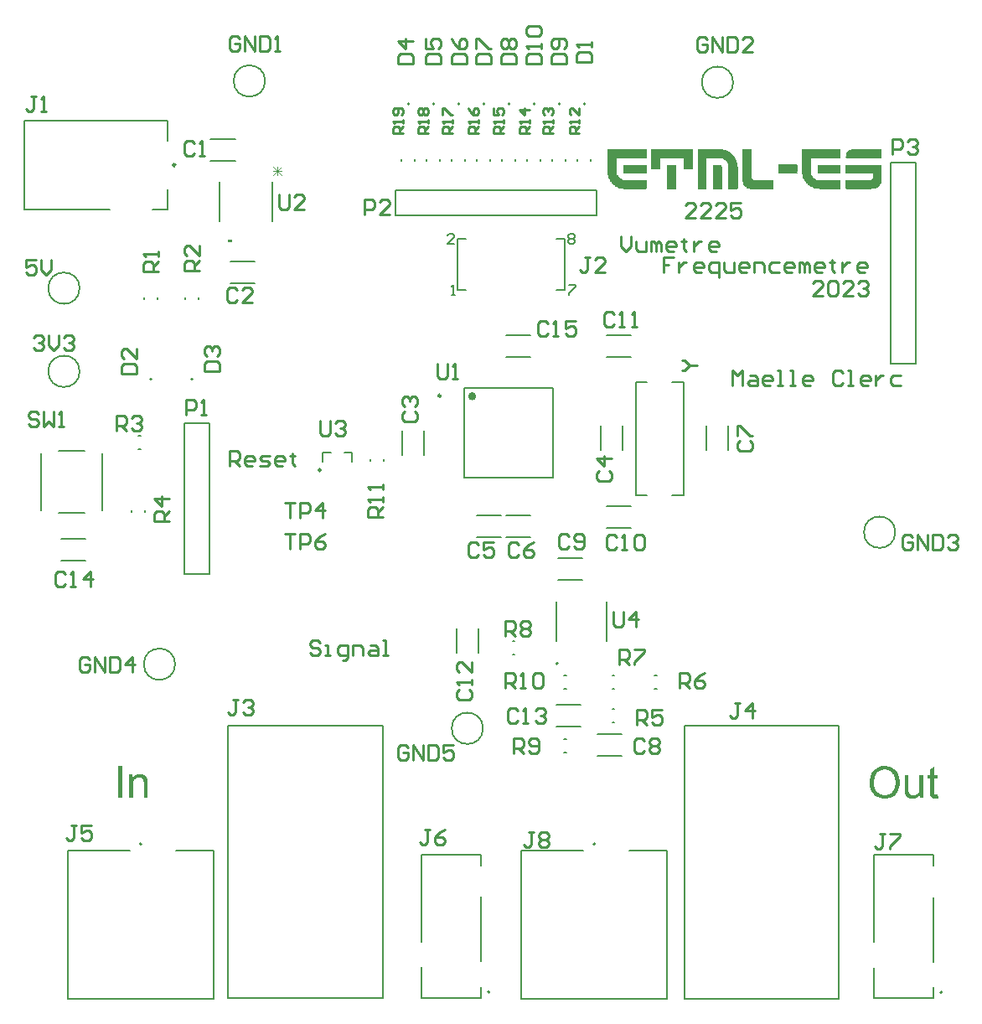
<source format=gbr>
%TF.GenerationSoftware,Altium Limited,Altium Designer,22.7.1 (60)*%
G04 Layer_Color=65535*
%FSLAX43Y43*%
%MOMM*%
%TF.SameCoordinates,58151787-F571-4420-9806-9522EC8286B3*%
%TF.FilePolarity,Positive*%
%TF.FileFunction,Legend,Top*%
%TF.Part,Single*%
G01*
G75*
%TA.AperFunction,NonConductor*%
%ADD47C,0.250*%
%ADD48C,0.200*%
%ADD49C,0.400*%
%ADD50C,0.127*%
%ADD51C,0.152*%
%ADD52C,0.254*%
%ADD53C,0.076*%
G36*
X87476Y85603D02*
X87419D01*
Y85546D01*
X83854D01*
Y85603D01*
X83797D01*
Y85716D01*
X83854D01*
Y85942D01*
X83910D01*
Y86112D01*
X83967D01*
Y86169D01*
X84024D01*
Y86225D01*
X84080D01*
Y86282D01*
X84137D01*
Y86339D01*
X84250D01*
Y86395D01*
X84420D01*
Y86452D01*
X87476D01*
Y85603D01*
D02*
G37*
G36*
X68346Y84414D02*
X67440D01*
Y85490D01*
X67384D01*
Y85546D01*
X65120D01*
Y84414D01*
X64158D01*
Y86452D01*
X68346D01*
Y84414D01*
D02*
G37*
G36*
X78873Y84867D02*
X78930D01*
Y84131D01*
X78873D01*
Y84075D01*
X78930D01*
Y84018D01*
X77005D01*
Y84867D01*
X77062D01*
Y84924D01*
X78873D01*
Y84867D01*
D02*
G37*
G36*
X83288Y84641D02*
Y84584D01*
Y83961D01*
X81137D01*
Y84018D01*
X81024D01*
Y84075D01*
X80967D01*
Y84867D01*
X83288D01*
Y84641D01*
D02*
G37*
G36*
X63705D02*
Y84584D01*
Y84018D01*
X63648D01*
Y83961D01*
X61441D01*
Y84018D01*
X61384D01*
Y84075D01*
X61328D01*
Y84867D01*
X63705D01*
Y84641D01*
D02*
G37*
G36*
X87476Y83452D02*
X87419D01*
Y82999D01*
X87363D01*
Y82886D01*
X87306D01*
Y82773D01*
X87250D01*
Y82716D01*
X87193D01*
Y82660D01*
X87136D01*
Y82603D01*
X87080D01*
Y82547D01*
X86967D01*
Y82490D01*
X86797D01*
Y82433D01*
X86457D01*
Y82377D01*
X83854D01*
Y82433D01*
X83797D01*
Y83282D01*
X86344D01*
Y83339D01*
X86457D01*
Y83396D01*
X86514D01*
Y83452D01*
X86571D01*
Y83961D01*
X83797D01*
Y84867D01*
X87476D01*
Y83452D01*
D02*
G37*
G36*
X83288Y85546D02*
X80288D01*
Y83961D01*
X80345D01*
Y83792D01*
X80401D01*
Y83735D01*
X80458D01*
Y83622D01*
X80515D01*
Y83565D01*
X80571D01*
Y83509D01*
X80628D01*
Y83452D01*
X80741D01*
Y83396D01*
X80854D01*
Y83339D01*
X81137D01*
Y83282D01*
X83288D01*
Y82377D01*
X81137D01*
Y82433D01*
X80741D01*
Y82490D01*
X80571D01*
Y82547D01*
X80458D01*
Y82603D01*
X80288D01*
Y82660D01*
X80232D01*
Y82716D01*
X80118D01*
Y82773D01*
X80062D01*
Y82830D01*
X80005D01*
Y82886D01*
X79949D01*
Y82943D01*
X79892D01*
Y82999D01*
X79835D01*
Y83056D01*
X79779D01*
Y83113D01*
X79722D01*
Y83226D01*
X79666D01*
Y83282D01*
X79609D01*
Y83396D01*
X79552D01*
Y83509D01*
X79496D01*
Y83678D01*
X79439D01*
Y83905D01*
X79383D01*
Y86452D01*
X83288D01*
Y85546D01*
D02*
G37*
G36*
X74289Y86339D02*
X74345D01*
Y86282D01*
X74289D01*
Y86225D01*
X74345D01*
Y86169D01*
X74289D01*
Y83792D01*
X74345D01*
Y83735D01*
X74289D01*
Y83622D01*
X74345D01*
Y83452D01*
X74402D01*
Y83396D01*
X74459D01*
Y83339D01*
X76496D01*
Y82377D01*
X74176D01*
Y82433D01*
X73949D01*
Y82490D01*
X73836D01*
Y82547D01*
X73779D01*
Y82603D01*
X73666D01*
Y82660D01*
X73610D01*
Y82716D01*
X73553D01*
Y82830D01*
X73496D01*
Y82943D01*
X73440D01*
Y83113D01*
X73383D01*
Y86282D01*
Y86339D01*
Y86452D01*
X74289D01*
Y86339D01*
D02*
G37*
G36*
X71459Y86395D02*
X71685D01*
Y86339D01*
X71798D01*
Y86282D01*
X71912D01*
Y86225D01*
X72025D01*
Y86169D01*
X72138D01*
Y86112D01*
X72195D01*
Y86056D01*
X72251D01*
Y85999D01*
X72308D01*
Y85942D01*
X72364D01*
Y85886D01*
X72421D01*
Y85829D01*
X72478D01*
Y85773D01*
X72534D01*
Y85716D01*
X72591D01*
Y85603D01*
X72647D01*
Y85546D01*
X72704D01*
Y85376D01*
X72761D01*
Y85263D01*
X72817D01*
Y85093D01*
X72874D01*
Y84697D01*
X72930D01*
Y82433D01*
X72874D01*
Y82377D01*
X71968D01*
Y84867D01*
X71912D01*
Y85037D01*
X71855D01*
Y85150D01*
X71798D01*
Y85207D01*
X71742D01*
Y85263D01*
X71685D01*
Y85320D01*
X71629D01*
Y85376D01*
X71516D01*
Y85433D01*
X71402D01*
Y85490D01*
X71233D01*
Y85546D01*
X69818D01*
Y85490D01*
X69761D01*
Y82377D01*
X68855D01*
Y86452D01*
X71459D01*
Y86395D01*
D02*
G37*
G36*
X71233Y84810D02*
X71289D01*
Y84697D01*
X71346D01*
Y84471D01*
Y84414D01*
Y82377D01*
X70440D01*
Y82603D01*
X70384D01*
Y82660D01*
X70440D01*
Y84867D01*
X71233D01*
Y84810D01*
D02*
G37*
G36*
X66705Y82377D02*
X65799D01*
Y84867D01*
X66705D01*
Y82377D01*
D02*
G37*
G36*
X63705Y85546D02*
X60705D01*
Y85490D01*
X60649D01*
Y84075D01*
X60705D01*
Y83848D01*
X60762D01*
Y83792D01*
X60819D01*
Y83678D01*
X60875D01*
Y83622D01*
X60932D01*
Y83565D01*
X60988D01*
Y83509D01*
X61045D01*
Y83452D01*
X61158D01*
Y83396D01*
X61271D01*
Y83339D01*
X63648D01*
Y83282D01*
X63705D01*
Y83226D01*
Y82433D01*
X63648D01*
Y82377D01*
X61328D01*
Y82433D01*
X61102D01*
Y82490D01*
X60875D01*
Y82547D01*
X60762D01*
Y82603D01*
X60649D01*
Y82660D01*
X60536D01*
Y82716D01*
X60479D01*
Y82773D01*
X60422D01*
Y82830D01*
X60366D01*
Y82886D01*
X60253D01*
Y82999D01*
X60196D01*
Y83056D01*
X60139D01*
Y83113D01*
X60083D01*
Y83169D01*
X60026D01*
Y83282D01*
X59970D01*
Y83396D01*
X59913D01*
Y83509D01*
X59856D01*
Y83678D01*
X59800D01*
Y83848D01*
X59743D01*
Y86452D01*
X63705D01*
Y85546D01*
D02*
G37*
G36*
X21806Y77044D02*
X21426D01*
Y77298D01*
X21806D01*
Y77044D01*
D02*
G37*
G36*
X91666Y20884D02*
X91314D01*
Y21221D01*
X91310Y21217D01*
X91301Y21203D01*
X91287Y21184D01*
X91264Y21161D01*
X91236Y21133D01*
X91203Y21096D01*
X91166Y21064D01*
X91120Y21027D01*
X91069Y20990D01*
X91014Y20958D01*
X90953Y20925D01*
X90889Y20893D01*
X90815Y20870D01*
X90741Y20851D01*
X90657Y20837D01*
X90574Y20833D01*
X90542D01*
X90500Y20837D01*
X90449Y20842D01*
X90389Y20851D01*
X90324Y20865D01*
X90259Y20884D01*
X90190Y20911D01*
X90181Y20916D01*
X90162Y20925D01*
X90130Y20944D01*
X90093Y20967D01*
X90046Y20995D01*
X90005Y21027D01*
X89963Y21064D01*
X89926Y21106D01*
X89921Y21110D01*
X89912Y21129D01*
X89898Y21152D01*
X89880Y21189D01*
X89857Y21231D01*
X89838Y21282D01*
X89820Y21337D01*
X89806Y21397D01*
Y21402D01*
X89801Y21420D01*
X89796Y21448D01*
Y21485D01*
X89792Y21541D01*
X89787Y21601D01*
X89783Y21680D01*
Y21767D01*
Y23207D01*
X90176D01*
Y21916D01*
Y21911D01*
Y21902D01*
Y21888D01*
Y21865D01*
Y21814D01*
X90181Y21749D01*
Y21680D01*
X90185Y21610D01*
X90190Y21550D01*
X90199Y21499D01*
Y21494D01*
X90208Y21476D01*
X90218Y21448D01*
X90231Y21411D01*
X90255Y21374D01*
X90282Y21332D01*
X90315Y21295D01*
X90356Y21258D01*
X90361Y21254D01*
X90380Y21245D01*
X90403Y21231D01*
X90440Y21217D01*
X90481Y21198D01*
X90532Y21184D01*
X90588Y21175D01*
X90653Y21170D01*
X90685D01*
X90717Y21175D01*
X90759Y21180D01*
X90810Y21194D01*
X90866Y21207D01*
X90926Y21231D01*
X90986Y21258D01*
X90995Y21263D01*
X91014Y21277D01*
X91041Y21295D01*
X91074Y21323D01*
X91111Y21360D01*
X91148Y21402D01*
X91180Y21448D01*
X91208Y21504D01*
X91213Y21513D01*
X91217Y21531D01*
X91226Y21568D01*
X91240Y21619D01*
X91254Y21684D01*
X91264Y21763D01*
X91268Y21855D01*
X91273Y21962D01*
Y23207D01*
X91666D01*
Y20884D01*
D02*
G37*
G36*
X92740Y23207D02*
X93138D01*
Y22901D01*
X92740D01*
Y21536D01*
Y21527D01*
Y21508D01*
Y21481D01*
X92744Y21448D01*
X92749Y21374D01*
X92754Y21342D01*
X92758Y21319D01*
X92763Y21309D01*
X92777Y21291D01*
X92795Y21268D01*
X92828Y21245D01*
X92837Y21240D01*
X92860Y21231D01*
X92902Y21221D01*
X92962Y21217D01*
X93008D01*
X93031Y21221D01*
X93064D01*
X93101Y21226D01*
X93138Y21231D01*
X93189Y20884D01*
X93179D01*
X93161Y20879D01*
X93129Y20874D01*
X93087Y20870D01*
X93041Y20860D01*
X92990Y20856D01*
X92888Y20851D01*
X92851D01*
X92814Y20856D01*
X92768Y20860D01*
X92712Y20865D01*
X92657Y20879D01*
X92606Y20893D01*
X92555Y20916D01*
X92550Y20921D01*
X92536Y20930D01*
X92518Y20944D01*
X92490Y20967D01*
X92467Y20990D01*
X92439Y21022D01*
X92411Y21055D01*
X92393Y21096D01*
Y21101D01*
X92383Y21120D01*
X92379Y21152D01*
X92370Y21198D01*
X92360Y21258D01*
X92356Y21295D01*
Y21337D01*
X92351Y21388D01*
X92346Y21439D01*
Y21494D01*
Y21559D01*
Y22901D01*
X92055D01*
Y23207D01*
X92346D01*
Y23781D01*
X92740Y24017D01*
Y23207D01*
D02*
G37*
G36*
X87839Y24137D02*
X87881D01*
X87922Y24132D01*
X87978Y24123D01*
X88033Y24114D01*
X88154Y24091D01*
X88292Y24054D01*
X88427Y23998D01*
X88496Y23966D01*
X88565Y23929D01*
X88570Y23924D01*
X88579Y23919D01*
X88598Y23906D01*
X88626Y23892D01*
X88653Y23869D01*
X88690Y23841D01*
X88769Y23776D01*
X88852Y23693D01*
X88945Y23591D01*
X89033Y23471D01*
X89107Y23336D01*
Y23332D01*
X89116Y23318D01*
X89125Y23299D01*
X89135Y23272D01*
X89153Y23235D01*
X89167Y23193D01*
X89186Y23142D01*
X89204Y23086D01*
X89218Y23026D01*
X89236Y22961D01*
X89255Y22887D01*
X89269Y22813D01*
X89287Y22651D01*
X89297Y22476D01*
Y22471D01*
Y22452D01*
Y22429D01*
X89292Y22392D01*
Y22351D01*
X89287Y22300D01*
X89278Y22244D01*
X89274Y22184D01*
X89250Y22050D01*
X89213Y21902D01*
X89162Y21754D01*
X89135Y21680D01*
X89098Y21605D01*
Y21601D01*
X89088Y21587D01*
X89079Y21568D01*
X89061Y21541D01*
X89042Y21508D01*
X89019Y21476D01*
X88954Y21388D01*
X88876Y21295D01*
X88783Y21198D01*
X88672Y21106D01*
X88542Y21022D01*
X88538D01*
X88528Y21013D01*
X88505Y21004D01*
X88478Y20990D01*
X88445Y20976D01*
X88408Y20962D01*
X88362Y20944D01*
X88311Y20925D01*
X88255Y20907D01*
X88195Y20888D01*
X88061Y20860D01*
X87918Y20837D01*
X87765Y20828D01*
X87719D01*
X87691Y20833D01*
X87649D01*
X87603Y20842D01*
X87552Y20847D01*
X87492Y20856D01*
X87367Y20884D01*
X87233Y20921D01*
X87094Y20976D01*
X87024Y21008D01*
X86955Y21046D01*
X86950Y21050D01*
X86941Y21055D01*
X86923Y21069D01*
X86895Y21087D01*
X86867Y21106D01*
X86835Y21133D01*
X86756Y21203D01*
X86668Y21286D01*
X86575Y21388D01*
X86492Y21504D01*
X86413Y21638D01*
Y21643D01*
X86404Y21656D01*
X86395Y21675D01*
X86386Y21703D01*
X86372Y21740D01*
X86358Y21781D01*
X86339Y21828D01*
X86326Y21879D01*
X86307Y21939D01*
X86289Y21999D01*
X86261Y22138D01*
X86242Y22281D01*
X86233Y22438D01*
Y22443D01*
Y22448D01*
Y22476D01*
X86238Y22517D01*
Y22573D01*
X86247Y22638D01*
X86256Y22716D01*
X86270Y22804D01*
X86289Y22897D01*
X86307Y22994D01*
X86335Y23096D01*
X86372Y23197D01*
X86413Y23304D01*
X86460Y23406D01*
X86520Y23508D01*
X86585Y23600D01*
X86659Y23688D01*
X86663Y23693D01*
X86677Y23707D01*
X86705Y23730D01*
X86737Y23757D01*
X86779Y23794D01*
X86830Y23831D01*
X86890Y23873D01*
X86960Y23915D01*
X87034Y23956D01*
X87117Y23998D01*
X87209Y24035D01*
X87307Y24072D01*
X87413Y24100D01*
X87524Y24123D01*
X87640Y24137D01*
X87765Y24142D01*
X87806D01*
X87839Y24137D01*
D02*
G37*
G36*
X12573Y23324D02*
X12624Y23320D01*
X12684Y23311D01*
X12749Y23297D01*
X12818Y23278D01*
X12883Y23250D01*
X12892Y23246D01*
X12911Y23237D01*
X12943Y23223D01*
X12980Y23200D01*
X13027Y23172D01*
X13068Y23135D01*
X13110Y23098D01*
X13147Y23051D01*
X13152Y23047D01*
X13161Y23028D01*
X13175Y23005D01*
X13198Y22973D01*
X13216Y22926D01*
X13235Y22880D01*
X13258Y22825D01*
X13272Y22764D01*
Y22760D01*
X13277Y22741D01*
X13281Y22714D01*
X13286Y22677D01*
Y22621D01*
X13290Y22556D01*
X13295Y22478D01*
Y22380D01*
Y20955D01*
X12902D01*
Y22362D01*
Y22367D01*
Y22371D01*
Y22404D01*
Y22445D01*
X12897Y22496D01*
X12892Y22556D01*
X12883Y22616D01*
X12869Y22672D01*
X12855Y22723D01*
Y22727D01*
X12846Y22741D01*
X12832Y22764D01*
X12818Y22792D01*
X12795Y22820D01*
X12768Y22852D01*
X12731Y22885D01*
X12689Y22913D01*
X12684Y22917D01*
X12670Y22926D01*
X12643Y22936D01*
X12610Y22950D01*
X12573Y22963D01*
X12527Y22977D01*
X12471Y22982D01*
X12416Y22987D01*
X12393D01*
X12374Y22982D01*
X12328Y22977D01*
X12268Y22968D01*
X12203Y22945D01*
X12129Y22917D01*
X12055Y22880D01*
X11985Y22825D01*
X11976Y22815D01*
X11958Y22792D01*
X11944Y22774D01*
X11930Y22751D01*
X11911Y22723D01*
X11898Y22690D01*
X11879Y22653D01*
X11860Y22607D01*
X11847Y22556D01*
X11833Y22501D01*
X11823Y22441D01*
X11814Y22376D01*
X11805Y22297D01*
Y22218D01*
Y20955D01*
X11412D01*
Y23278D01*
X11763D01*
Y22945D01*
X11768Y22950D01*
X11777Y22963D01*
X11791Y22982D01*
X11810Y23005D01*
X11837Y23033D01*
X11870Y23065D01*
X11907Y23102D01*
X11953Y23139D01*
X11999Y23172D01*
X12055Y23209D01*
X12115Y23241D01*
X12180Y23269D01*
X12254Y23292D01*
X12328Y23311D01*
X12411Y23324D01*
X12499Y23329D01*
X12536D01*
X12573Y23324D01*
D02*
G37*
G36*
X10713Y20955D02*
X10287D01*
Y24157D01*
X10713D01*
Y20955D01*
D02*
G37*
%LPC*%
G36*
X87765Y23776D02*
X87723D01*
X87691Y23771D01*
X87649Y23767D01*
X87607Y23757D01*
X87557Y23748D01*
X87501Y23739D01*
X87381Y23702D01*
X87316Y23674D01*
X87251Y23646D01*
X87182Y23609D01*
X87117Y23568D01*
X87052Y23521D01*
X86992Y23466D01*
X86987Y23461D01*
X86978Y23452D01*
X86964Y23434D01*
X86941Y23406D01*
X86918Y23373D01*
X86890Y23332D01*
X86862Y23281D01*
X86830Y23221D01*
X86802Y23156D01*
X86770Y23077D01*
X86742Y22994D01*
X86719Y22901D01*
X86696Y22799D01*
X86682Y22684D01*
X86673Y22563D01*
X86668Y22434D01*
Y22429D01*
Y22411D01*
Y22378D01*
X86673Y22337D01*
X86677Y22290D01*
X86687Y22235D01*
X86696Y22170D01*
X86705Y22105D01*
X86742Y21957D01*
X86770Y21883D01*
X86798Y21804D01*
X86835Y21730D01*
X86876Y21656D01*
X86923Y21587D01*
X86978Y21522D01*
X86983Y21518D01*
X86992Y21508D01*
X87010Y21490D01*
X87034Y21471D01*
X87066Y21444D01*
X87103Y21416D01*
X87145Y21388D01*
X87191Y21356D01*
X87247Y21323D01*
X87307Y21295D01*
X87371Y21268D01*
X87441Y21240D01*
X87515Y21221D01*
X87589Y21203D01*
X87672Y21194D01*
X87760Y21189D01*
X87783D01*
X87806Y21194D01*
X87839D01*
X87881Y21198D01*
X87927Y21207D01*
X87982Y21217D01*
X88038Y21231D01*
X88103Y21249D01*
X88163Y21272D01*
X88232Y21295D01*
X88297Y21328D01*
X88362Y21369D01*
X88427Y21411D01*
X88491Y21462D01*
X88552Y21522D01*
X88556Y21527D01*
X88565Y21536D01*
X88579Y21559D01*
X88602Y21587D01*
X88626Y21619D01*
X88649Y21661D01*
X88677Y21712D01*
X88709Y21767D01*
X88737Y21832D01*
X88764Y21906D01*
X88788Y21985D01*
X88815Y22068D01*
X88834Y22161D01*
X88848Y22263D01*
X88857Y22369D01*
X88862Y22480D01*
Y22485D01*
Y22499D01*
Y22517D01*
Y22545D01*
X88857Y22577D01*
Y22619D01*
X88852Y22661D01*
X88843Y22712D01*
X88829Y22818D01*
X88806Y22929D01*
X88774Y23049D01*
X88727Y23160D01*
Y23165D01*
X88723Y23174D01*
X88714Y23188D01*
X88704Y23207D01*
X88672Y23262D01*
X88630Y23327D01*
X88575Y23401D01*
X88505Y23475D01*
X88427Y23549D01*
X88339Y23614D01*
X88334D01*
X88329Y23623D01*
X88316Y23628D01*
X88292Y23642D01*
X88269Y23651D01*
X88242Y23665D01*
X88172Y23697D01*
X88089Y23725D01*
X87992Y23753D01*
X87881Y23771D01*
X87765Y23776D01*
D02*
G37*
%LPD*%
D47*
X16082Y84863D02*
G03*
X16082Y84863I-125J0D01*
G01*
X42909Y61535D02*
G03*
X42909Y61535I-125J0D01*
G01*
X30801Y54035D02*
G03*
X30801Y54035I-125J0D01*
G01*
D48*
X47845Y1288D02*
G03*
X47845Y1288I-100J0D01*
G01*
X93570Y1253D02*
G03*
X93570Y1253I-100J0D01*
G01*
X57504Y91020D02*
G03*
X57504Y91020I-100J0D01*
G01*
X54964D02*
G03*
X54964Y91020I-100J0D01*
G01*
X52424D02*
G03*
X52424Y91020I-100J0D01*
G01*
X49884D02*
G03*
X49884Y91020I-100J0D01*
G01*
X47344D02*
G03*
X47344Y91020I-100J0D01*
G01*
X44804D02*
G03*
X44804Y91020I-100J0D01*
G01*
X42264D02*
G03*
X42264Y91020I-100J0D01*
G01*
X39724D02*
G03*
X39724Y91020I-100J0D01*
G01*
X6411Y72408D02*
G03*
X6411Y72408I-1585J0D01*
G01*
Y64008D02*
G03*
X6411Y64008I-1585J0D01*
G01*
X13689Y63211D02*
G03*
X13689Y63211I-100J0D01*
G01*
X17880D02*
G03*
X17880Y63211I-100J0D01*
G01*
X47178Y27940D02*
G03*
X47178Y27940I-1585J0D01*
G01*
X16063Y34417D02*
G03*
X16063Y34417I-1585J0D01*
G01*
X88834Y47752D02*
G03*
X88834Y47752I-1585J0D01*
G01*
X54745Y34485D02*
G03*
X54745Y34485I-100J0D01*
G01*
X72451Y93218D02*
G03*
X72451Y93218I-1585J0D01*
G01*
X25151Y93345D02*
G03*
X25151Y93345I-1585J0D01*
G01*
X58520Y16235D02*
G03*
X58520Y16235I-100J0D01*
G01*
X12673Y16253D02*
G03*
X12673Y16253I-100J0D01*
G01*
X15332Y87313D02*
Y89363D01*
X832D02*
X15332D01*
Y80363D02*
Y82413D01*
X13807Y80363D02*
X15332D01*
X832D02*
Y89363D01*
Y80363D02*
X9457D01*
X58079Y85253D02*
Y85453D01*
X56729Y85253D02*
Y85453D01*
X55539Y85253D02*
Y85453D01*
X54189Y85253D02*
Y85453D01*
X52999Y85253D02*
Y85453D01*
X51649Y85253D02*
Y85453D01*
X50459Y85253D02*
Y85453D01*
X49109Y85253D02*
Y85453D01*
X47919Y85253D02*
Y85453D01*
X46569Y85253D02*
Y85453D01*
X45379Y85253D02*
Y85453D01*
X44029Y85253D02*
Y85453D01*
X42839Y85253D02*
Y85453D01*
X41489Y85253D02*
Y85453D01*
X40299Y85253D02*
Y85453D01*
X38949Y85253D02*
Y85453D01*
X55439Y72188D02*
Y77418D01*
X54624Y72188D02*
X55439D01*
X54624Y77418D02*
X55439D01*
X44629Y72188D02*
X45444D01*
X44629Y77418D02*
X45444D01*
X44629Y72188D02*
Y77418D01*
X38354Y79756D02*
Y82296D01*
X58674D01*
Y79756D02*
Y82296D01*
X38354Y79756D02*
X58674D01*
X19661Y85278D02*
X22119D01*
X19661Y87478D02*
X22119D01*
X21611Y72941D02*
X24069D01*
X21611Y75141D02*
X24069D01*
X14264Y71283D02*
Y71483D01*
X12914Y71283D02*
Y71483D01*
X17105Y71283D02*
Y71483D01*
X18455Y71283D02*
Y71483D01*
X45284Y53285D02*
Y62285D01*
Y53285D02*
X54284D01*
Y62285D01*
X45284D02*
X54284D01*
X49535Y67648D02*
X51993D01*
X49535Y65448D02*
X51993D01*
X59640D02*
X62098D01*
X59640Y67648D02*
X62098D01*
X59043Y56032D02*
Y58490D01*
X61243Y56032D02*
Y58490D01*
X69766Y56032D02*
Y58490D01*
X71966Y56032D02*
Y58490D01*
X59640Y48176D02*
X62098D01*
X59640Y50376D02*
X62098D01*
X39032Y55582D02*
Y58040D01*
X41232Y55582D02*
Y58040D01*
X37124Y54960D02*
Y55160D01*
X35774Y54960D02*
Y55160D01*
X44493Y35562D02*
Y38020D01*
X46693Y35562D02*
Y38020D01*
X50183Y35390D02*
X50383D01*
X50183Y36740D02*
X50383D01*
X60234Y31964D02*
X60434D01*
X60234Y33314D02*
X60434D01*
X55390Y31964D02*
X55590D01*
X55390Y33314D02*
X55590D01*
X64534Y31964D02*
X64734D01*
X64534Y33314D02*
X64734D01*
X60234Y29885D02*
X60434D01*
X60234Y28535D02*
X60434D01*
X54560Y30310D02*
X57018D01*
X54560Y28110D02*
X57018D01*
X58751Y25189D02*
X61209D01*
X58751Y27389D02*
X61209D01*
X55390Y26837D02*
X55590D01*
X55390Y25487D02*
X55590D01*
X12355Y56132D02*
X12555D01*
X12355Y57482D02*
X12555D01*
X11644Y49782D02*
Y49982D01*
X12994Y49782D02*
Y49982D01*
X8688Y49932D02*
Y55732D01*
X4288Y55932D02*
X6888D01*
X2488Y49932D02*
Y55732D01*
X4288Y49732D02*
X6888D01*
X54742Y42969D02*
X57200D01*
X54742Y45169D02*
X57200D01*
X17018Y43561D02*
Y58801D01*
X19558Y43561D02*
Y58801D01*
X17018D02*
X19558D01*
X17018Y43561D02*
X19558D01*
X88392Y64770D02*
Y85090D01*
Y64770D02*
X90932D01*
Y85090D01*
X88392D02*
X90932D01*
X46531Y49487D02*
X48989D01*
X46531Y47287D02*
X48989D01*
X49531D02*
X51989D01*
X49531Y49487D02*
X51989D01*
X4522Y44874D02*
X6980D01*
X4522Y47074D02*
X6980D01*
X33126Y55835D02*
X33951D01*
Y54835D02*
Y55835D01*
X30951D02*
X31776D01*
X30951Y54835D02*
Y55835D01*
D49*
X46284Y61485D02*
G03*
X46284Y61485I-200J0D01*
G01*
D50*
X37020Y651D02*
Y28235D01*
X34709Y651D02*
X37020D01*
X23711D02*
X34709D01*
X21399D02*
X23711D01*
X21399D02*
Y28235D01*
X37020D01*
X67501Y28174D02*
X83121D01*
X67501Y589D02*
Y28174D01*
Y589D02*
X69812D01*
X80810D01*
X83121D01*
Y28174D01*
X46437Y691D02*
X46937D01*
X41437D02*
X46437D01*
X40937D02*
X41437D01*
X40937D02*
Y3791D01*
Y6391D02*
Y15191D01*
X46937D01*
Y691D02*
Y1791D01*
Y4391D02*
Y10891D01*
Y14091D02*
Y15191D01*
X92662Y14056D02*
Y15156D01*
Y4356D02*
Y10856D01*
Y656D02*
Y1756D01*
X86662Y15156D02*
X92662D01*
X86662Y6356D02*
Y15156D01*
Y656D02*
Y3756D01*
Y656D02*
X87162D01*
X92162D01*
X92662D01*
X66278Y51501D02*
X67424D01*
Y62901D01*
X66278D02*
X67424D01*
X62624D02*
X63770D01*
X62624Y51501D02*
Y62901D01*
Y51501D02*
X63770D01*
X59675Y36740D02*
Y40730D01*
X54625Y36740D02*
Y40730D01*
X61980Y15555D02*
X65795D01*
X51045Y615D02*
X65795D01*
Y15555D01*
X51045D02*
X57320D01*
X51045Y615D02*
Y15555D01*
X16133Y15573D02*
X19948D01*
X5198Y633D02*
X19948D01*
Y15573D01*
X5198D02*
X11473D01*
X5198Y633D02*
Y15573D01*
D51*
X25921Y79148D02*
Y83158D01*
X20561Y79148D02*
Y83158D01*
X55774Y77749D02*
X55943Y77919D01*
X56282D01*
X56451Y77749D01*
Y77580D01*
X56282Y77411D01*
X56451Y77242D01*
Y77072D01*
X56282Y76903D01*
X55943D01*
X55774Y77072D01*
Y77242D01*
X55943Y77411D01*
X55774Y77580D01*
Y77749D01*
X55943Y77411D02*
X56282D01*
X55874Y72719D02*
X56551D01*
Y72549D01*
X55874Y71872D01*
Y71703D01*
X43994D02*
X44333D01*
X44163D01*
Y72719D01*
X43994Y72549D01*
X44271Y76903D02*
X43594D01*
X44271Y77580D01*
Y77749D01*
X44102Y77919D01*
X43763D01*
X43594Y77749D01*
D52*
X21565Y54444D02*
Y55967D01*
X22327D01*
X22581Y55713D01*
Y55205D01*
X22327Y54951D01*
X21565D01*
X22073D02*
X22581Y54444D01*
X23850D02*
X23342D01*
X23089Y54697D01*
Y55205D01*
X23342Y55459D01*
X23850D01*
X24104Y55205D01*
Y54951D01*
X23089D01*
X24612Y54444D02*
X25374D01*
X25628Y54697D01*
X25374Y54951D01*
X24866D01*
X24612Y55205D01*
X24866Y55459D01*
X25628D01*
X26897Y54444D02*
X26390D01*
X26136Y54697D01*
Y55205D01*
X26390Y55459D01*
X26897D01*
X27151Y55205D01*
Y54951D01*
X26136D01*
X27913Y55713D02*
Y55459D01*
X27659D01*
X28167D01*
X27913D01*
Y54697D01*
X28167Y54444D01*
X1968Y91782D02*
X1460D01*
X1714D01*
Y90512D01*
X1460Y90258D01*
X1206D01*
X952Y90512D01*
X2476Y90258D02*
X2983D01*
X2729D01*
Y91782D01*
X2476Y91528D01*
X81530Y71628D02*
X80514D01*
X81530Y72644D01*
Y72898D01*
X81276Y73152D01*
X80768D01*
X80514Y72898D01*
X82037D02*
X82291Y73152D01*
X82799D01*
X83053Y72898D01*
Y71882D01*
X82799Y71628D01*
X82291D01*
X82037Y71882D01*
Y72898D01*
X84577Y71628D02*
X83561D01*
X84577Y72644D01*
Y72898D01*
X84323Y73152D01*
X83815D01*
X83561Y72898D01*
X85084D02*
X85338Y73152D01*
X85846D01*
X86100Y72898D01*
Y72644D01*
X85846Y72390D01*
X85592D01*
X85846D01*
X86100Y72136D01*
Y71882D01*
X85846Y71628D01*
X85338D01*
X85084Y71882D01*
X68654Y79502D02*
X67638D01*
X68654Y80518D01*
Y80772D01*
X68400Y81026D01*
X67892D01*
X67638Y80772D01*
X70177Y79502D02*
X69161D01*
X70177Y80518D01*
Y80772D01*
X69923Y81026D01*
X69415D01*
X69161Y80772D01*
X71701Y79502D02*
X70685D01*
X71701Y80518D01*
Y80772D01*
X71447Y81026D01*
X70939D01*
X70685Y80772D01*
X73224Y81026D02*
X72208D01*
Y80264D01*
X72716Y80518D01*
X72970D01*
X73224Y80264D01*
Y79756D01*
X72970Y79502D01*
X72462D01*
X72208Y79756D01*
X72392Y62539D02*
Y64063D01*
X72900Y63555D01*
X73408Y64063D01*
Y62539D01*
X74170Y63555D02*
X74677D01*
X74931Y63301D01*
Y62539D01*
X74170D01*
X73916Y62793D01*
X74170Y63047D01*
X74931D01*
X76201Y62539D02*
X75693D01*
X75439Y62793D01*
Y63301D01*
X75693Y63555D01*
X76201D01*
X76455Y63301D01*
Y63047D01*
X75439D01*
X76963Y62539D02*
X77470D01*
X77217D01*
Y64063D01*
X76963D01*
X78232Y62539D02*
X78740D01*
X78486D01*
Y64063D01*
X78232D01*
X80264Y62539D02*
X79756D01*
X79502Y62793D01*
Y63301D01*
X79756Y63555D01*
X80264D01*
X80517Y63301D01*
Y63047D01*
X79502D01*
X83564Y63809D02*
X83311Y64063D01*
X82803D01*
X82549Y63809D01*
Y62793D01*
X82803Y62539D01*
X83311D01*
X83564Y62793D01*
X84072Y62539D02*
X84580D01*
X84326D01*
Y64063D01*
X84072D01*
X86104Y62539D02*
X85596D01*
X85342Y62793D01*
Y63301D01*
X85596Y63555D01*
X86104D01*
X86358Y63301D01*
Y63047D01*
X85342D01*
X86865Y63555D02*
Y62539D01*
Y63047D01*
X87119Y63301D01*
X87373Y63555D01*
X87627D01*
X89405D02*
X88643D01*
X88389Y63301D01*
Y62793D01*
X88643Y62539D01*
X89405D01*
X66421Y75564D02*
X65405D01*
Y74803D01*
X65913D01*
X65405D01*
Y74041D01*
X66929Y75057D02*
Y74041D01*
Y74549D01*
X67182Y74803D01*
X67436Y75057D01*
X67690D01*
X69214Y74041D02*
X68706D01*
X68452Y74295D01*
Y74803D01*
X68706Y75057D01*
X69214D01*
X69468Y74803D01*
Y74549D01*
X68452D01*
X70991Y73533D02*
Y75057D01*
X70229D01*
X69976Y74803D01*
Y74295D01*
X70229Y74041D01*
X70991D01*
X71499Y75057D02*
Y74295D01*
X71753Y74041D01*
X72515D01*
Y75057D01*
X73784Y74041D02*
X73276D01*
X73023Y74295D01*
Y74803D01*
X73276Y75057D01*
X73784D01*
X74038Y74803D01*
Y74549D01*
X73023D01*
X74546Y74041D02*
Y75057D01*
X75308D01*
X75562Y74803D01*
Y74041D01*
X77085Y75057D02*
X76323D01*
X76070Y74803D01*
Y74295D01*
X76323Y74041D01*
X77085D01*
X78355D02*
X77847D01*
X77593Y74295D01*
Y74803D01*
X77847Y75057D01*
X78355D01*
X78609Y74803D01*
Y74549D01*
X77593D01*
X79117Y74041D02*
Y75057D01*
X79370D01*
X79624Y74803D01*
Y74041D01*
Y74803D01*
X79878Y75057D01*
X80132Y74803D01*
Y74041D01*
X81402D02*
X80894D01*
X80640Y74295D01*
Y74803D01*
X80894Y75057D01*
X81402D01*
X81656Y74803D01*
Y74549D01*
X80640D01*
X82418Y75310D02*
Y75057D01*
X82164D01*
X82671D01*
X82418D01*
Y74295D01*
X82671Y74041D01*
X83433Y75057D02*
Y74041D01*
Y74549D01*
X83687Y74803D01*
X83941Y75057D01*
X84195D01*
X85718Y74041D02*
X85211D01*
X84957Y74295D01*
Y74803D01*
X85211Y75057D01*
X85718D01*
X85972Y74803D01*
Y74549D01*
X84957D01*
X61072Y77685D02*
Y76669D01*
X61580Y76161D01*
X62088Y76669D01*
Y77685D01*
X62596Y77177D02*
Y76415D01*
X62850Y76161D01*
X63612D01*
Y77177D01*
X64120Y76161D02*
Y77177D01*
X64373D01*
X64627Y76923D01*
Y76161D01*
Y76923D01*
X64881Y77177D01*
X65135Y76923D01*
Y76161D01*
X66405D02*
X65897D01*
X65643Y76415D01*
Y76923D01*
X65897Y77177D01*
X66405D01*
X66659Y76923D01*
Y76669D01*
X65643D01*
X67420Y77431D02*
Y77177D01*
X67167D01*
X67674D01*
X67420D01*
Y76415D01*
X67674Y76161D01*
X68436Y77177D02*
Y76161D01*
Y76669D01*
X68690Y76923D01*
X68944Y77177D01*
X69198D01*
X70721Y76161D02*
X70214D01*
X69960Y76415D01*
Y76923D01*
X70214Y77177D01*
X70721D01*
X70975Y76923D01*
Y76669D01*
X69960D01*
X67310Y64135D02*
X67564D01*
X68072Y64643D01*
X67564Y65151D01*
X67310D01*
X68072Y64643D02*
X68834D01*
X30670Y59016D02*
Y57746D01*
X30924Y57492D01*
X31432D01*
X31686Y57746D01*
Y59016D01*
X32194Y58762D02*
X32447Y59016D01*
X32955D01*
X33209Y58762D01*
Y58508D01*
X32955Y58254D01*
X32701D01*
X32955D01*
X33209Y58000D01*
Y57746D01*
X32955Y57492D01*
X32447D01*
X32194Y57746D01*
X26543Y81915D02*
Y80645D01*
X26797Y80391D01*
X27305D01*
X27559Y80645D01*
Y81915D01*
X29083Y80391D02*
X28067D01*
X29083Y81407D01*
Y81661D01*
X28829Y81915D01*
X28321D01*
X28067Y81661D01*
X42578Y64769D02*
Y63500D01*
X42832Y63246D01*
X43340D01*
X43594Y63500D01*
Y64769D01*
X44102Y63246D02*
X44610D01*
X44356D01*
Y64769D01*
X44102Y64515D01*
X30735Y36576D02*
X30481Y36830D01*
X29973D01*
X29719Y36576D01*
Y36322D01*
X29973Y36068D01*
X30481D01*
X30735Y35814D01*
Y35560D01*
X30481Y35306D01*
X29973D01*
X29719Y35560D01*
X31243Y35306D02*
X31751D01*
X31497D01*
Y36322D01*
X31243D01*
X33020Y34798D02*
X33274D01*
X33528Y35052D01*
Y36322D01*
X32766D01*
X32512Y36068D01*
Y35560D01*
X32766Y35306D01*
X33528D01*
X34036D02*
Y36322D01*
X34798D01*
X35052Y36068D01*
Y35306D01*
X35813Y36322D02*
X36321D01*
X36575Y36068D01*
Y35306D01*
X35813D01*
X35559Y35560D01*
X35813Y35814D01*
X36575D01*
X37083Y35306D02*
X37591D01*
X37337D01*
Y36830D01*
X37083D01*
X7444Y34925D02*
X7191Y35179D01*
X6683D01*
X6429Y34925D01*
Y33909D01*
X6683Y33655D01*
X7191D01*
X7444Y33909D01*
Y34417D01*
X6937D01*
X7952Y33655D02*
Y35179D01*
X8968Y33655D01*
Y35179D01*
X9476D02*
Y33655D01*
X10238D01*
X10491Y33909D01*
Y34925D01*
X10238Y35179D01*
X9476D01*
X11761Y33655D02*
Y35179D01*
X10999Y34417D01*
X12015D01*
X90552Y47260D02*
X90298Y47514D01*
X89790D01*
X89536Y47260D01*
Y46244D01*
X89790Y45990D01*
X90298D01*
X90552Y46244D01*
Y46752D01*
X90044D01*
X91059Y45990D02*
Y47514D01*
X92075Y45990D01*
Y47514D01*
X92583D02*
Y45990D01*
X93345D01*
X93599Y46244D01*
Y47260D01*
X93345Y47514D01*
X92583D01*
X94106Y47260D02*
X94360Y47514D01*
X94868D01*
X95122Y47260D01*
Y47006D01*
X94868Y46752D01*
X94614D01*
X94868D01*
X95122Y46498D01*
Y46244D01*
X94868Y45990D01*
X94360D01*
X94106Y46244D01*
X69862Y97522D02*
X69608Y97776D01*
X69100D01*
X68846Y97522D01*
Y96507D01*
X69100Y96253D01*
X69608D01*
X69862Y96507D01*
Y97015D01*
X69354D01*
X70370Y96253D02*
Y97776D01*
X71385Y96253D01*
Y97776D01*
X71893D02*
Y96253D01*
X72655D01*
X72909Y96507D01*
Y97522D01*
X72655Y97776D01*
X71893D01*
X74432Y96253D02*
X73417D01*
X74432Y97268D01*
Y97522D01*
X74178Y97776D01*
X73671D01*
X73417Y97522D01*
X22567Y97649D02*
X22313Y97903D01*
X21805D01*
X21551Y97649D01*
Y96634D01*
X21805Y96380D01*
X22313D01*
X22567Y96634D01*
Y97142D01*
X22059D01*
X23075Y96380D02*
Y97903D01*
X24091Y96380D01*
Y97903D01*
X24598D02*
Y96380D01*
X25360D01*
X25614Y96634D01*
Y97649D01*
X25360Y97903D01*
X24598D01*
X26122Y96380D02*
X26630D01*
X26376D01*
Y97903D01*
X26122Y97649D01*
X27179Y47625D02*
X28194D01*
X27686D01*
Y46101D01*
X28702D02*
Y47625D01*
X29464D01*
X29718Y47371D01*
Y46863D01*
X29464Y46609D01*
X28702D01*
X31241Y47625D02*
X30734Y47371D01*
X30226Y46863D01*
Y46355D01*
X30480Y46101D01*
X30987D01*
X31241Y46355D01*
Y46609D01*
X30987Y46863D01*
X30226D01*
X39625Y25992D02*
X39371Y26246D01*
X38863D01*
X38609Y25992D01*
Y24976D01*
X38863Y24722D01*
X39371D01*
X39625Y24976D01*
Y25484D01*
X39117D01*
X40132Y24722D02*
Y26246D01*
X41148Y24722D01*
Y26246D01*
X41656D02*
Y24722D01*
X42418D01*
X42672Y24976D01*
Y25992D01*
X42418Y26246D01*
X41656D01*
X44195D02*
X43179D01*
Y25484D01*
X43687Y25738D01*
X43941D01*
X44195Y25484D01*
Y24976D01*
X43941Y24722D01*
X43433D01*
X43179Y24976D01*
X27179Y50694D02*
X28194D01*
X27686D01*
Y49170D01*
X28702D02*
Y50694D01*
X29464D01*
X29718Y50440D01*
Y49932D01*
X29464Y49678D01*
X28702D01*
X30987Y49170D02*
Y50694D01*
X30226Y49932D01*
X31241D01*
X1779Y67437D02*
X2033Y67691D01*
X2540D01*
X2794Y67437D01*
Y67183D01*
X2540Y66929D01*
X2286D01*
X2540D01*
X2794Y66675D01*
Y66421D01*
X2540Y66167D01*
X2033D01*
X1779Y66421D01*
X3302Y67691D02*
Y66675D01*
X3810Y66167D01*
X4318Y66675D01*
Y67691D01*
X4826Y67437D02*
X5080Y67691D01*
X5587D01*
X5841Y67437D01*
Y67183D01*
X5587Y66929D01*
X5334D01*
X5587D01*
X5841Y66675D01*
Y66421D01*
X5587Y66167D01*
X5080D01*
X4826Y66421D01*
X2032Y75311D02*
X1016D01*
Y74549D01*
X1524Y74803D01*
X1778D01*
X2032Y74549D01*
Y74041D01*
X1778Y73787D01*
X1270D01*
X1016Y74041D01*
X2540Y75311D02*
Y74295D01*
X3048Y73787D01*
X3556Y74295D01*
Y75311D01*
X60337Y39738D02*
Y38468D01*
X60591Y38214D01*
X61099D01*
X61353Y38468D01*
Y39738D01*
X62622Y38214D02*
Y39738D01*
X61861Y38976D01*
X62876D01*
X2286Y59690D02*
X2032Y59944D01*
X1525D01*
X1271Y59690D01*
Y59436D01*
X1525Y59182D01*
X2032D01*
X2286Y58928D01*
Y58674D01*
X2032Y58420D01*
X1525D01*
X1271Y58674D01*
X2794Y59944D02*
Y58420D01*
X3302Y58928D01*
X3810Y58420D01*
Y59944D01*
X4318Y58420D02*
X4825D01*
X4572D01*
Y59944D01*
X4318Y59690D01*
X39108Y88088D02*
X38108D01*
Y88588D01*
X38275Y88754D01*
X38608D01*
X38775Y88588D01*
Y88088D01*
Y88421D02*
X39108Y88754D01*
Y89088D02*
Y89421D01*
Y89254D01*
X38108D01*
X38275Y89088D01*
X38941Y89921D02*
X39108Y90087D01*
Y90421D01*
X38941Y90587D01*
X38275D01*
X38108Y90421D01*
Y90087D01*
X38275Y89921D01*
X38441D01*
X38608Y90087D01*
Y90587D01*
X41648Y88088D02*
X40648D01*
Y88588D01*
X40815Y88754D01*
X41148D01*
X41315Y88588D01*
Y88088D01*
Y88421D02*
X41648Y88754D01*
Y89088D02*
Y89421D01*
Y89254D01*
X40648D01*
X40815Y89088D01*
Y89921D02*
X40648Y90087D01*
Y90421D01*
X40815Y90587D01*
X40981D01*
X41148Y90421D01*
X41315Y90587D01*
X41481D01*
X41648Y90421D01*
Y90087D01*
X41481Y89921D01*
X41315D01*
X41148Y90087D01*
X40981Y89921D01*
X40815D01*
X41148Y90087D02*
Y90421D01*
X44094Y88088D02*
X43094D01*
Y88588D01*
X43261Y88754D01*
X43594D01*
X43761Y88588D01*
Y88088D01*
Y88421D02*
X44094Y88754D01*
Y89088D02*
Y89421D01*
Y89254D01*
X43094D01*
X43261Y89088D01*
X43094Y89921D02*
Y90587D01*
X43261D01*
X43927Y89921D01*
X44094D01*
X46724Y88088D02*
X45724D01*
Y88588D01*
X45891Y88754D01*
X46224D01*
X46391Y88588D01*
Y88088D01*
Y88421D02*
X46724Y88754D01*
Y89088D02*
Y89421D01*
Y89254D01*
X45724D01*
X45891Y89088D01*
X45724Y90587D02*
X45891Y90254D01*
X46224Y89921D01*
X46557D01*
X46724Y90087D01*
Y90421D01*
X46557Y90587D01*
X46391D01*
X46224Y90421D01*
Y89921D01*
X49264Y88088D02*
X48264D01*
Y88588D01*
X48431Y88754D01*
X48764D01*
X48931Y88588D01*
Y88088D01*
Y88421D02*
X49264Y88754D01*
Y89088D02*
Y89421D01*
Y89254D01*
X48264D01*
X48431Y89088D01*
X48264Y90587D02*
Y89921D01*
X48764D01*
X48597Y90254D01*
Y90421D01*
X48764Y90587D01*
X49097D01*
X49264Y90421D01*
Y90087D01*
X49097Y89921D01*
X51896Y88088D02*
X50897D01*
Y88588D01*
X51063Y88754D01*
X51396D01*
X51563Y88588D01*
Y88088D01*
Y88421D02*
X51896Y88754D01*
Y89088D02*
Y89421D01*
Y89254D01*
X50897D01*
X51063Y89088D01*
X51896Y90421D02*
X50897D01*
X51396Y89921D01*
Y90587D01*
X54221Y88088D02*
X53221D01*
Y88588D01*
X53388Y88754D01*
X53721D01*
X53888Y88588D01*
Y88088D01*
Y88421D02*
X54221Y88754D01*
Y89088D02*
Y89421D01*
Y89254D01*
X53221D01*
X53388Y89088D01*
Y89921D02*
X53221Y90087D01*
Y90421D01*
X53388Y90587D01*
X53554D01*
X53721Y90421D01*
Y90254D01*
Y90421D01*
X53888Y90587D01*
X54054D01*
X54221Y90421D01*
Y90087D01*
X54054Y89921D01*
X56900Y88088D02*
X55900D01*
Y88588D01*
X56067Y88754D01*
X56400D01*
X56567Y88588D01*
Y88088D01*
Y88421D02*
X56900Y88754D01*
Y89088D02*
Y89421D01*
Y89254D01*
X55900D01*
X56067Y89088D01*
X56900Y90587D02*
Y89921D01*
X56234Y90587D01*
X56067D01*
X55900Y90421D01*
Y90087D01*
X56067Y89921D01*
X37084Y49277D02*
X35560D01*
Y50038D01*
X35814Y50292D01*
X36322D01*
X36576Y50038D01*
Y49277D01*
Y49784D02*
X37084Y50292D01*
Y50800D02*
Y51308D01*
Y51054D01*
X35560D01*
X35814Y50800D01*
X37084Y52070D02*
Y52577D01*
Y52324D01*
X35560D01*
X35814Y52070D01*
X49395Y32004D02*
Y33528D01*
X50156D01*
X50410Y33274D01*
Y32766D01*
X50156Y32512D01*
X49395D01*
X49902D02*
X50410Y32004D01*
X50918D02*
X51426D01*
X51172D01*
Y33528D01*
X50918Y33274D01*
X52188D02*
X52442Y33528D01*
X52949D01*
X53203Y33274D01*
Y32258D01*
X52949Y32004D01*
X52442D01*
X52188Y32258D01*
Y33274D01*
X50293Y25400D02*
Y26924D01*
X51055D01*
X51308Y26670D01*
Y26162D01*
X51055Y25908D01*
X50293D01*
X50801D02*
X51308Y25400D01*
X51816Y25654D02*
X52070Y25400D01*
X52578D01*
X52832Y25654D01*
Y26670D01*
X52578Y26924D01*
X52070D01*
X51816Y26670D01*
Y26416D01*
X52070Y26162D01*
X52832D01*
X49403Y37259D02*
Y38782D01*
X50165D01*
X50419Y38528D01*
Y38020D01*
X50165Y37766D01*
X49403D01*
X49911D02*
X50419Y37259D01*
X50927Y38528D02*
X51181Y38782D01*
X51689D01*
X51943Y38528D01*
Y38274D01*
X51689Y38020D01*
X51943Y37766D01*
Y37513D01*
X51689Y37259D01*
X51181D01*
X50927Y37513D01*
Y37766D01*
X51181Y38020D01*
X50927Y38274D01*
Y38528D01*
X51181Y38020D02*
X51689D01*
X60964Y34417D02*
Y35941D01*
X61726D01*
X61980Y35687D01*
Y35179D01*
X61726Y34925D01*
X60964D01*
X61472D02*
X61980Y34417D01*
X62488Y35941D02*
X63504D01*
Y35687D01*
X62488Y34671D01*
Y34417D01*
X67056Y32004D02*
Y33528D01*
X67818D01*
X68072Y33274D01*
Y32766D01*
X67818Y32512D01*
X67056D01*
X67564D02*
X68072Y32004D01*
X69596Y33528D02*
X69088Y33274D01*
X68580Y32766D01*
Y32258D01*
X68834Y32004D01*
X69342D01*
X69596Y32258D01*
Y32512D01*
X69342Y32766D01*
X68580D01*
X62725Y28257D02*
Y29781D01*
X63487D01*
X63740Y29527D01*
Y29019D01*
X63487Y28765D01*
X62725D01*
X63233D02*
X63740Y28257D01*
X65264Y29781D02*
X64248D01*
Y29019D01*
X64756Y29273D01*
X65010D01*
X65264Y29019D01*
Y28511D01*
X65010Y28257D01*
X64502D01*
X64248Y28511D01*
X15494Y48895D02*
X13970D01*
Y49657D01*
X14224Y49911D01*
X14732D01*
X14986Y49657D01*
Y48895D01*
Y49403D02*
X15494Y49911D01*
Y51181D02*
X13970D01*
X14732Y50419D01*
Y51435D01*
X10112Y58029D02*
Y59553D01*
X10874D01*
X11128Y59299D01*
Y58791D01*
X10874Y58537D01*
X10112D01*
X10620D02*
X11128Y58029D01*
X11636Y59299D02*
X11890Y59553D01*
X12398D01*
X12652Y59299D01*
Y59045D01*
X12398Y58791D01*
X12144D01*
X12398D01*
X12652Y58537D01*
Y58283D01*
X12398Y58029D01*
X11890D01*
X11636Y58283D01*
X18542Y74181D02*
X17018D01*
Y74942D01*
X17272Y75196D01*
X17780D01*
X18034Y74942D01*
Y74181D01*
Y74688D02*
X18542Y75196D01*
Y76720D02*
Y75704D01*
X17526Y76720D01*
X17272D01*
X17018Y76466D01*
Y75958D01*
X17272Y75704D01*
X14351Y74125D02*
X12827D01*
Y74887D01*
X13081Y75141D01*
X13589D01*
X13843Y74887D01*
Y74125D01*
Y74633D02*
X14351Y75141D01*
Y75649D02*
Y76157D01*
Y75903D01*
X12827D01*
X13081Y75649D01*
X88557Y85940D02*
Y87464D01*
X89318D01*
X89572Y87210D01*
Y86702D01*
X89318Y86448D01*
X88557D01*
X90080Y87210D02*
X90334Y87464D01*
X90842D01*
X91096Y87210D01*
Y86956D01*
X90842Y86702D01*
X90588D01*
X90842D01*
X91096Y86448D01*
Y86194D01*
X90842Y85940D01*
X90334D01*
X90080Y86194D01*
X35179Y79883D02*
Y81407D01*
X35941D01*
X36195Y81153D01*
Y80645D01*
X35941Y80391D01*
X35179D01*
X37719Y79883D02*
X36703D01*
X37719Y80899D01*
Y81153D01*
X37465Y81407D01*
X36957D01*
X36703Y81153D01*
X17183Y59651D02*
Y61175D01*
X17944D01*
X18198Y60921D01*
Y60413D01*
X17944Y60159D01*
X17183D01*
X18706Y59651D02*
X19214D01*
X18960D01*
Y61175D01*
X18706Y60921D01*
X87757Y17251D02*
X87249D01*
X87503D01*
Y15982D01*
X87249Y15728D01*
X86995D01*
X86741Y15982D01*
X88265Y17251D02*
X89281D01*
Y16997D01*
X88265Y15982D01*
Y15728D01*
X41778Y17668D02*
X41270D01*
X41524D01*
Y16398D01*
X41270Y16144D01*
X41016D01*
X40762Y16398D01*
X43301Y17668D02*
X42793Y17414D01*
X42286Y16906D01*
Y16398D01*
X42539Y16144D01*
X43047D01*
X43301Y16398D01*
Y16652D01*
X43047Y16906D01*
X42286D01*
X52324Y17482D02*
X51816D01*
X52070D01*
Y16212D01*
X51816Y15958D01*
X51562D01*
X51308Y16212D01*
X52832Y17228D02*
X53086Y17482D01*
X53594D01*
X53848Y17228D01*
Y16974D01*
X53594Y16720D01*
X53848Y16466D01*
Y16212D01*
X53594Y15958D01*
X53086D01*
X52832Y16212D01*
Y16466D01*
X53086Y16720D01*
X52832Y16974D01*
Y17228D01*
X53086Y16720D02*
X53594D01*
X6096Y18134D02*
X5588D01*
X5842D01*
Y16865D01*
X5588Y16611D01*
X5334D01*
X5080Y16865D01*
X7620Y18134D02*
X6604D01*
Y17373D01*
X7112Y17627D01*
X7366D01*
X7620Y17373D01*
Y16865D01*
X7366Y16611D01*
X6858D01*
X6604Y16865D01*
X73152Y30480D02*
X72644D01*
X72898D01*
Y29210D01*
X72644Y28956D01*
X72390D01*
X72136Y29210D01*
X74422Y28956D02*
Y30480D01*
X73660Y29718D01*
X74676D01*
X22389Y30797D02*
X21881D01*
X22135D01*
Y29527D01*
X21881Y29273D01*
X21628D01*
X21374Y29527D01*
X22897Y30543D02*
X23151Y30797D01*
X23659D01*
X23913Y30543D01*
Y30289D01*
X23659Y30035D01*
X23405D01*
X23659D01*
X23913Y29781D01*
Y29527D01*
X23659Y29273D01*
X23151D01*
X22897Y29527D01*
X57974Y75565D02*
X57467D01*
X57721D01*
Y74295D01*
X57467Y74041D01*
X57213D01*
X56959Y74295D01*
X59498Y74041D02*
X58482D01*
X59498Y75057D01*
Y75311D01*
X59244Y75565D01*
X58736D01*
X58482Y75311D01*
X51562Y95110D02*
X53086D01*
Y95872D01*
X52832Y96126D01*
X51816D01*
X51562Y95872D01*
Y95110D01*
X53086Y96634D02*
Y97142D01*
Y96888D01*
X51562D01*
X51816Y96634D01*
Y97903D02*
X51562Y98157D01*
Y98665D01*
X51816Y98919D01*
X52832D01*
X53086Y98665D01*
Y98157D01*
X52832Y97903D01*
X51816D01*
X54102Y95110D02*
X55626D01*
Y95872D01*
X55372Y96126D01*
X54356D01*
X54102Y95872D01*
Y95110D01*
X55372Y96634D02*
X55626Y96888D01*
Y97395D01*
X55372Y97649D01*
X54356D01*
X54102Y97395D01*
Y96888D01*
X54356Y96634D01*
X54610D01*
X54864Y96888D01*
Y97649D01*
X49022Y95110D02*
X50546D01*
Y95872D01*
X50292Y96126D01*
X49276D01*
X49022Y95872D01*
Y95110D01*
X49276Y96634D02*
X49022Y96888D01*
Y97395D01*
X49276Y97649D01*
X49530D01*
X49784Y97395D01*
X50038Y97649D01*
X50292D01*
X50546Y97395D01*
Y96888D01*
X50292Y96634D01*
X50038D01*
X49784Y96888D01*
X49530Y96634D01*
X49276D01*
X49784Y96888D02*
Y97395D01*
X46482Y95110D02*
X48006D01*
Y95872D01*
X47752Y96126D01*
X46736D01*
X46482Y95872D01*
Y95110D01*
Y96634D02*
Y97649D01*
X46736D01*
X47752Y96634D01*
X48006D01*
X44042Y95110D02*
X45566D01*
Y95872D01*
X45312Y96126D01*
X44296D01*
X44042Y95872D01*
Y95110D01*
Y97649D02*
X44296Y97142D01*
X44804Y96634D01*
X45312D01*
X45566Y96888D01*
Y97395D01*
X45312Y97649D01*
X45058D01*
X44804Y97395D01*
Y96634D01*
X41402Y95110D02*
X42926D01*
Y95872D01*
X42672Y96126D01*
X41656D01*
X41402Y95872D01*
Y95110D01*
Y97649D02*
Y96634D01*
X42164D01*
X41910Y97142D01*
Y97395D01*
X42164Y97649D01*
X42672D01*
X42926Y97395D01*
Y96888D01*
X42672Y96634D01*
X38608Y95110D02*
X40132D01*
Y95872D01*
X39878Y96126D01*
X38862D01*
X38608Y95872D01*
Y95110D01*
X40132Y97395D02*
X38608D01*
X39370Y96634D01*
Y97649D01*
X19050Y64008D02*
X20574D01*
Y64770D01*
X20320Y65024D01*
X19304D01*
X19050Y64770D01*
Y64008D01*
X19304Y65532D02*
X19050Y65786D01*
Y66294D01*
X19304Y66548D01*
X19558D01*
X19812Y66294D01*
Y66040D01*
Y66294D01*
X20066Y66548D01*
X20320D01*
X20574Y66294D01*
Y65786D01*
X20320Y65532D01*
X10668Y63754D02*
X12192D01*
Y64516D01*
X11938Y64770D01*
X10922D01*
X10668Y64516D01*
Y63754D01*
X12192Y66294D02*
Y65278D01*
X11176Y66294D01*
X10922D01*
X10668Y66040D01*
Y65532D01*
X10922Y65278D01*
X56642Y95237D02*
X58166D01*
Y95999D01*
X57912Y96253D01*
X56896D01*
X56642Y95999D01*
Y95237D01*
X58166Y96761D02*
Y97268D01*
Y97015D01*
X56642D01*
X56896Y96761D01*
X53767Y68814D02*
X53513Y69068D01*
X53005D01*
X52751Y68814D01*
Y67799D01*
X53005Y67545D01*
X53513D01*
X53767Y67799D01*
X54275Y67545D02*
X54783D01*
X54529D01*
Y69068D01*
X54275Y68814D01*
X56560Y69068D02*
X55544D01*
Y68306D01*
X56052Y68560D01*
X56306D01*
X56560Y68306D01*
Y67799D01*
X56306Y67545D01*
X55798D01*
X55544Y67799D01*
X4966Y43548D02*
X4712Y43802D01*
X4204D01*
X3950Y43548D01*
Y42533D01*
X4204Y42279D01*
X4712D01*
X4966Y42533D01*
X5474Y42279D02*
X5981D01*
X5727D01*
Y43802D01*
X5474Y43548D01*
X7505Y42279D02*
Y43802D01*
X6743Y43041D01*
X7759D01*
X50674Y29718D02*
X50420Y29972D01*
X49912D01*
X49658Y29718D01*
Y28702D01*
X49912Y28448D01*
X50420D01*
X50674Y28702D01*
X51182Y28448D02*
X51689D01*
X51435D01*
Y29972D01*
X51182Y29718D01*
X52451D02*
X52705Y29972D01*
X53213D01*
X53467Y29718D01*
Y29464D01*
X53213Y29210D01*
X52959D01*
X53213D01*
X53467Y28956D01*
Y28702D01*
X53213Y28448D01*
X52705D01*
X52451Y28702D01*
X44776Y31877D02*
X44522Y31623D01*
Y31116D01*
X44776Y30862D01*
X45792D01*
X46046Y31116D01*
Y31623D01*
X45792Y31877D01*
X46046Y32385D02*
Y32893D01*
Y32639D01*
X44522D01*
X44776Y32385D01*
X46046Y34670D02*
Y33655D01*
X45030Y34670D01*
X44776D01*
X44522Y34416D01*
Y33909D01*
X44776Y33655D01*
X60439Y69760D02*
X60185Y70014D01*
X59677D01*
X59423Y69760D01*
Y68745D01*
X59677Y68491D01*
X60185D01*
X60439Y68745D01*
X60947Y68491D02*
X61455D01*
X61201D01*
Y70014D01*
X60947Y69760D01*
X62216Y68491D02*
X62724D01*
X62470D01*
Y70014D01*
X62216Y69760D01*
X60706Y47260D02*
X60452Y47514D01*
X59945D01*
X59691Y47260D01*
Y46244D01*
X59945Y45990D01*
X60452D01*
X60706Y46244D01*
X61214Y45990D02*
X61722D01*
X61468D01*
Y47514D01*
X61214Y47260D01*
X62484D02*
X62738Y47514D01*
X63245D01*
X63499Y47260D01*
Y46244D01*
X63245Y45990D01*
X62738D01*
X62484Y46244D01*
Y47260D01*
X55816Y47307D02*
X55562Y47561D01*
X55054D01*
X54800Y47307D01*
Y46291D01*
X55054Y46037D01*
X55562D01*
X55816Y46291D01*
X56324D02*
X56577Y46037D01*
X57085D01*
X57339Y46291D01*
Y47307D01*
X57085Y47561D01*
X56577D01*
X56324Y47307D01*
Y47053D01*
X56577Y46799D01*
X57339D01*
X63500Y26670D02*
X63246Y26924D01*
X62738D01*
X62484Y26670D01*
Y25654D01*
X62738Y25400D01*
X63246D01*
X63500Y25654D01*
X64008Y26670D02*
X64262Y26924D01*
X64770D01*
X65024Y26670D01*
Y26416D01*
X64770Y26162D01*
X65024Y25908D01*
Y25654D01*
X64770Y25400D01*
X64262D01*
X64008Y25654D01*
Y25908D01*
X64262Y26162D01*
X64008Y26416D01*
Y26670D01*
X64262Y26162D02*
X64770D01*
X73152Y57023D02*
X72898Y56769D01*
Y56261D01*
X73152Y56007D01*
X74168D01*
X74422Y56261D01*
Y56769D01*
X74168Y57023D01*
X72898Y57531D02*
Y58547D01*
X73152D01*
X74168Y57531D01*
X74422D01*
X50800Y46482D02*
X50546Y46736D01*
X50038D01*
X49784Y46482D01*
Y45466D01*
X50038Y45212D01*
X50546D01*
X50800Y45466D01*
X52324Y46736D02*
X51816Y46482D01*
X51308Y45974D01*
Y45466D01*
X51562Y45212D01*
X52070D01*
X52324Y45466D01*
Y45720D01*
X52070Y45974D01*
X51308D01*
X46736Y46482D02*
X46482Y46736D01*
X45974D01*
X45720Y46482D01*
Y45466D01*
X45974Y45212D01*
X46482D01*
X46736Y45466D01*
X48260Y46736D02*
X47244D01*
Y45974D01*
X47752Y46228D01*
X48006D01*
X48260Y45974D01*
Y45466D01*
X48006Y45212D01*
X47498D01*
X47244Y45466D01*
X58928Y53975D02*
X58674Y53721D01*
Y53213D01*
X58928Y52959D01*
X59944D01*
X60198Y53213D01*
Y53721D01*
X59944Y53975D01*
X60198Y55245D02*
X58674D01*
X59436Y54483D01*
Y55499D01*
X39280Y59931D02*
X39026Y59677D01*
Y59169D01*
X39280Y58915D01*
X40296D01*
X40550Y59169D01*
Y59677D01*
X40296Y59931D01*
X39280Y60438D02*
X39026Y60692D01*
Y61200D01*
X39280Y61454D01*
X39534D01*
X39788Y61200D01*
Y60946D01*
Y61200D01*
X40042Y61454D01*
X40296D01*
X40550Y61200D01*
Y60692D01*
X40296Y60438D01*
X22364Y72211D02*
X22110Y72465D01*
X21603D01*
X21349Y72211D01*
Y71195D01*
X21603Y70941D01*
X22110D01*
X22364Y71195D01*
X23888Y70941D02*
X22872D01*
X23888Y71957D01*
Y72211D01*
X23634Y72465D01*
X23126D01*
X22872Y72211D01*
X18034Y87069D02*
X17780Y87323D01*
X17272D01*
X17018Y87069D01*
Y86054D01*
X17272Y85800D01*
X17780D01*
X18034Y86054D01*
X18542Y85800D02*
X19050D01*
X18796D01*
Y87323D01*
X18542Y87069D01*
D53*
X26802Y84649D02*
X25955Y83803D01*
Y84649D02*
X26802Y83803D01*
X26379Y84649D02*
Y83803D01*
X25955Y84226D02*
X26802D01*
%TF.MD5,3092cf1f5d13761c500a02c7ea8946d3*%
M02*

</source>
